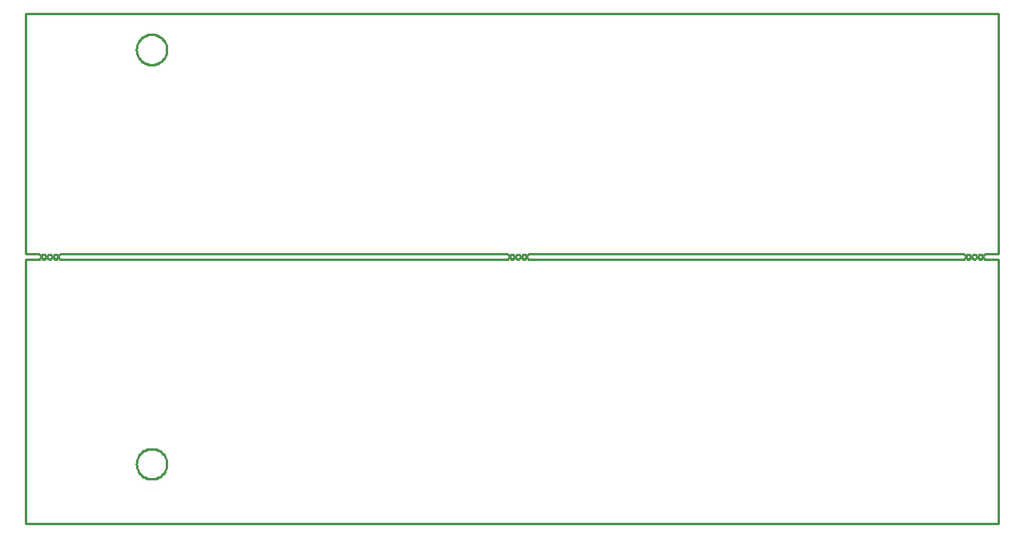
<source format=gbr>
G04 EAGLE Gerber RS-274X export*
G75*
%MOMM*%
%FSLAX34Y34*%
%LPD*%
%IN*%
%IPPOS*%
%AMOC8*
5,1,8,0,0,1.08239X$1,22.5*%
G01*
%ADD10C,0.254000*%


D10*
X0Y0D02*
X1028700Y0D01*
X1028700Y279400D01*
X1016000Y279400D01*
X1015723Y279412D01*
X1015449Y279448D01*
X1015178Y279508D01*
X1014914Y279591D01*
X1014658Y279697D01*
X1014413Y279825D01*
X1014179Y279974D01*
X1013959Y280143D01*
X1013755Y280330D01*
X1013568Y280534D01*
X1013399Y280754D01*
X1013250Y280988D01*
X1013122Y281233D01*
X1013016Y281489D01*
X1012933Y281753D01*
X1012873Y282024D01*
X1012837Y282298D01*
X1012825Y282575D01*
X1012837Y282852D01*
X1012873Y283126D01*
X1012933Y283397D01*
X1013016Y283661D01*
X1013122Y283917D01*
X1013250Y284163D01*
X1013399Y284396D01*
X1013568Y284616D01*
X1013755Y284820D01*
X1013959Y285007D01*
X1014179Y285176D01*
X1014413Y285325D01*
X1014658Y285453D01*
X1014914Y285559D01*
X1015178Y285642D01*
X1015449Y285702D01*
X1015723Y285738D01*
X1016000Y285750D01*
X1028700Y285750D01*
X1028700Y539750D01*
X0Y539750D01*
X0Y285750D01*
X12700Y285750D01*
X12977Y285738D01*
X13251Y285702D01*
X13522Y285642D01*
X13786Y285559D01*
X14042Y285453D01*
X14288Y285325D01*
X14521Y285176D01*
X14741Y285007D01*
X14945Y284820D01*
X15132Y284616D01*
X15301Y284396D01*
X15450Y284163D01*
X15578Y283917D01*
X15684Y283661D01*
X15767Y283397D01*
X15827Y283126D01*
X15863Y282852D01*
X15875Y282575D01*
X15863Y282298D01*
X15827Y282024D01*
X15767Y281753D01*
X15684Y281489D01*
X15578Y281233D01*
X15450Y280988D01*
X15301Y280754D01*
X15132Y280534D01*
X14945Y280330D01*
X14741Y280143D01*
X14521Y279974D01*
X14288Y279825D01*
X14042Y279697D01*
X13786Y279591D01*
X13522Y279508D01*
X13251Y279448D01*
X12977Y279412D01*
X12700Y279400D01*
X0Y279400D01*
X0Y0D01*
X34925Y282575D02*
X34937Y282298D01*
X34973Y282024D01*
X35033Y281753D01*
X35116Y281489D01*
X35222Y281233D01*
X35350Y280988D01*
X35499Y280754D01*
X35668Y280534D01*
X35855Y280330D01*
X36059Y280143D01*
X36279Y279974D01*
X36513Y279825D01*
X36758Y279697D01*
X37014Y279591D01*
X37278Y279508D01*
X37549Y279448D01*
X37823Y279412D01*
X38100Y279400D01*
X508000Y279400D01*
X508277Y279412D01*
X508551Y279448D01*
X508822Y279508D01*
X509086Y279591D01*
X509342Y279697D01*
X509588Y279825D01*
X509821Y279974D01*
X510041Y280143D01*
X510245Y280330D01*
X510432Y280534D01*
X510601Y280754D01*
X510750Y280988D01*
X510878Y281233D01*
X510984Y281489D01*
X511067Y281753D01*
X511127Y282024D01*
X511163Y282298D01*
X511175Y282575D01*
X511163Y282852D01*
X511127Y283126D01*
X511067Y283397D01*
X510984Y283661D01*
X510878Y283917D01*
X510750Y284163D01*
X510601Y284396D01*
X510432Y284616D01*
X510245Y284820D01*
X510041Y285007D01*
X509821Y285176D01*
X509588Y285325D01*
X509342Y285453D01*
X509086Y285559D01*
X508822Y285642D01*
X508551Y285702D01*
X508277Y285738D01*
X508000Y285750D01*
X38100Y285750D01*
X37823Y285738D01*
X37549Y285702D01*
X37278Y285642D01*
X37014Y285559D01*
X36758Y285453D01*
X36513Y285325D01*
X36279Y285176D01*
X36059Y285007D01*
X35855Y284820D01*
X35668Y284616D01*
X35499Y284396D01*
X35350Y284163D01*
X35222Y283917D01*
X35116Y283661D01*
X35033Y283397D01*
X34973Y283126D01*
X34937Y282852D01*
X34925Y282575D01*
X530225Y282575D02*
X530237Y282298D01*
X530273Y282024D01*
X530333Y281753D01*
X530416Y281489D01*
X530522Y281233D01*
X530650Y280988D01*
X530799Y280754D01*
X530968Y280534D01*
X531155Y280330D01*
X531359Y280143D01*
X531579Y279974D01*
X531813Y279825D01*
X532058Y279697D01*
X532314Y279591D01*
X532578Y279508D01*
X532849Y279448D01*
X533123Y279412D01*
X533400Y279400D01*
X990600Y279400D01*
X990877Y279412D01*
X991151Y279448D01*
X991422Y279508D01*
X991686Y279591D01*
X991942Y279697D01*
X992188Y279825D01*
X992421Y279974D01*
X992641Y280143D01*
X992845Y280330D01*
X993032Y280534D01*
X993201Y280754D01*
X993350Y280988D01*
X993478Y281233D01*
X993584Y281489D01*
X993667Y281753D01*
X993727Y282024D01*
X993763Y282298D01*
X993775Y282575D01*
X993763Y282852D01*
X993727Y283126D01*
X993667Y283397D01*
X993584Y283661D01*
X993478Y283917D01*
X993350Y284163D01*
X993201Y284396D01*
X993032Y284616D01*
X992845Y284820D01*
X992641Y285007D01*
X992421Y285176D01*
X992188Y285325D01*
X991942Y285453D01*
X991686Y285559D01*
X991422Y285642D01*
X991151Y285702D01*
X990877Y285738D01*
X990600Y285750D01*
X533400Y285750D01*
X533123Y285738D01*
X532849Y285702D01*
X532578Y285642D01*
X532314Y285559D01*
X532058Y285453D01*
X531813Y285325D01*
X531579Y285176D01*
X531359Y285007D01*
X531155Y284820D01*
X530968Y284616D01*
X530799Y284396D01*
X530650Y284163D01*
X530522Y283917D01*
X530416Y283661D01*
X530333Y283397D01*
X530273Y283126D01*
X530237Y282852D01*
X530225Y282575D01*
X149416Y501124D02*
X149347Y500074D01*
X149209Y499032D01*
X149004Y498000D01*
X148732Y496984D01*
X148394Y495988D01*
X147991Y495016D01*
X147526Y494073D01*
X147000Y493162D01*
X146416Y492287D01*
X145775Y491453D01*
X145082Y490662D01*
X144338Y489918D01*
X143547Y489225D01*
X142713Y488584D01*
X141838Y488000D01*
X140927Y487474D01*
X139984Y487009D01*
X139012Y486606D01*
X138016Y486268D01*
X137000Y485996D01*
X135968Y485791D01*
X134926Y485653D01*
X133876Y485585D01*
X132824Y485585D01*
X131774Y485653D01*
X130732Y485791D01*
X129700Y485996D01*
X128684Y486268D01*
X127688Y486606D01*
X126716Y487009D01*
X125773Y487474D01*
X124862Y488000D01*
X123987Y488584D01*
X123153Y489225D01*
X122362Y489918D01*
X121618Y490662D01*
X120925Y491453D01*
X120284Y492287D01*
X119700Y493162D01*
X119174Y494073D01*
X118709Y495016D01*
X118306Y495988D01*
X117968Y496984D01*
X117696Y498000D01*
X117491Y499032D01*
X117353Y500074D01*
X117285Y501124D01*
X117285Y502176D01*
X117353Y503226D01*
X117491Y504268D01*
X117696Y505300D01*
X117968Y506316D01*
X118306Y507312D01*
X118709Y508284D01*
X119174Y509227D01*
X119700Y510138D01*
X120284Y511013D01*
X120925Y511847D01*
X121618Y512638D01*
X122362Y513382D01*
X123153Y514075D01*
X123987Y514716D01*
X124862Y515300D01*
X125773Y515826D01*
X126716Y516291D01*
X127688Y516694D01*
X128684Y517032D01*
X129700Y517304D01*
X130732Y517509D01*
X131774Y517647D01*
X132824Y517716D01*
X133876Y517716D01*
X134926Y517647D01*
X135968Y517509D01*
X137000Y517304D01*
X138016Y517032D01*
X139012Y516694D01*
X139984Y516291D01*
X140927Y515826D01*
X141838Y515300D01*
X142713Y514716D01*
X143547Y514075D01*
X144338Y513382D01*
X145082Y512638D01*
X145775Y511847D01*
X146416Y511013D01*
X147000Y510138D01*
X147526Y509227D01*
X147991Y508284D01*
X148394Y507312D01*
X148732Y506316D01*
X149004Y505300D01*
X149209Y504268D01*
X149347Y503226D01*
X149416Y502176D01*
X149416Y501124D01*
X149416Y62974D02*
X149347Y61924D01*
X149209Y60882D01*
X149004Y59850D01*
X148732Y58834D01*
X148394Y57838D01*
X147991Y56866D01*
X147526Y55923D01*
X147000Y55012D01*
X146416Y54137D01*
X145775Y53303D01*
X145082Y52512D01*
X144338Y51768D01*
X143547Y51075D01*
X142713Y50434D01*
X141838Y49850D01*
X140927Y49324D01*
X139984Y48859D01*
X139012Y48456D01*
X138016Y48118D01*
X137000Y47846D01*
X135968Y47641D01*
X134926Y47503D01*
X133876Y47435D01*
X132824Y47435D01*
X131774Y47503D01*
X130732Y47641D01*
X129700Y47846D01*
X128684Y48118D01*
X127688Y48456D01*
X126716Y48859D01*
X125773Y49324D01*
X124862Y49850D01*
X123987Y50434D01*
X123153Y51075D01*
X122362Y51768D01*
X121618Y52512D01*
X120925Y53303D01*
X120284Y54137D01*
X119700Y55012D01*
X119174Y55923D01*
X118709Y56866D01*
X118306Y57838D01*
X117968Y58834D01*
X117696Y59850D01*
X117491Y60882D01*
X117353Y61924D01*
X117285Y62974D01*
X117285Y64026D01*
X117353Y65076D01*
X117491Y66118D01*
X117696Y67150D01*
X117968Y68166D01*
X118306Y69162D01*
X118709Y70134D01*
X119174Y71077D01*
X119700Y71988D01*
X120284Y72863D01*
X120925Y73697D01*
X121618Y74488D01*
X122362Y75232D01*
X123153Y75925D01*
X123987Y76566D01*
X124862Y77150D01*
X125773Y77676D01*
X126716Y78141D01*
X127688Y78544D01*
X128684Y78882D01*
X129700Y79154D01*
X130732Y79359D01*
X131774Y79497D01*
X132824Y79566D01*
X133876Y79566D01*
X134926Y79497D01*
X135968Y79359D01*
X137000Y79154D01*
X138016Y78882D01*
X139012Y78544D01*
X139984Y78141D01*
X140927Y77676D01*
X141838Y77150D01*
X142713Y76566D01*
X143547Y75925D01*
X144338Y75232D01*
X145082Y74488D01*
X145775Y73697D01*
X146416Y72863D01*
X147000Y71988D01*
X147526Y71077D01*
X147991Y70134D01*
X148394Y69162D01*
X148732Y68166D01*
X149004Y67150D01*
X149209Y66118D01*
X149347Y65076D01*
X149416Y64026D01*
X149416Y62974D01*
X999450Y282378D02*
X999388Y281990D01*
X999267Y281615D01*
X999088Y281265D01*
X998857Y280946D01*
X998579Y280668D01*
X998260Y280437D01*
X997910Y280258D01*
X997535Y280137D01*
X997147Y280075D01*
X996753Y280075D01*
X996365Y280137D01*
X995990Y280258D01*
X995640Y280437D01*
X995321Y280668D01*
X995043Y280946D01*
X994812Y281265D01*
X994633Y281615D01*
X994512Y281990D01*
X994450Y282378D01*
X994450Y282772D01*
X994512Y283160D01*
X994633Y283535D01*
X994812Y283885D01*
X995043Y284204D01*
X995321Y284482D01*
X995640Y284713D01*
X995990Y284892D01*
X996365Y285013D01*
X996753Y285075D01*
X997147Y285075D01*
X997535Y285013D01*
X997910Y284892D01*
X998260Y284713D01*
X998579Y284482D01*
X998857Y284204D01*
X999088Y283885D01*
X999267Y283535D01*
X999388Y283160D01*
X999450Y282772D01*
X999450Y282378D01*
X1005800Y282378D02*
X1005738Y281990D01*
X1005617Y281615D01*
X1005438Y281265D01*
X1005207Y280946D01*
X1004929Y280668D01*
X1004610Y280437D01*
X1004260Y280258D01*
X1003885Y280137D01*
X1003497Y280075D01*
X1003103Y280075D01*
X1002715Y280137D01*
X1002340Y280258D01*
X1001990Y280437D01*
X1001671Y280668D01*
X1001393Y280946D01*
X1001162Y281265D01*
X1000983Y281615D01*
X1000862Y281990D01*
X1000800Y282378D01*
X1000800Y282772D01*
X1000862Y283160D01*
X1000983Y283535D01*
X1001162Y283885D01*
X1001393Y284204D01*
X1001671Y284482D01*
X1001990Y284713D01*
X1002340Y284892D01*
X1002715Y285013D01*
X1003103Y285075D01*
X1003497Y285075D01*
X1003885Y285013D01*
X1004260Y284892D01*
X1004610Y284713D01*
X1004929Y284482D01*
X1005207Y284204D01*
X1005438Y283885D01*
X1005617Y283535D01*
X1005738Y283160D01*
X1005800Y282772D01*
X1005800Y282378D01*
X1012150Y282378D02*
X1012088Y281990D01*
X1011967Y281615D01*
X1011788Y281265D01*
X1011557Y280946D01*
X1011279Y280668D01*
X1010960Y280437D01*
X1010610Y280258D01*
X1010235Y280137D01*
X1009847Y280075D01*
X1009453Y280075D01*
X1009065Y280137D01*
X1008690Y280258D01*
X1008340Y280437D01*
X1008021Y280668D01*
X1007743Y280946D01*
X1007512Y281265D01*
X1007333Y281615D01*
X1007212Y281990D01*
X1007150Y282378D01*
X1007150Y282772D01*
X1007212Y283160D01*
X1007333Y283535D01*
X1007512Y283885D01*
X1007743Y284204D01*
X1008021Y284482D01*
X1008340Y284713D01*
X1008690Y284892D01*
X1009065Y285013D01*
X1009453Y285075D01*
X1009847Y285075D01*
X1010235Y285013D01*
X1010610Y284892D01*
X1010960Y284713D01*
X1011279Y284482D01*
X1011557Y284204D01*
X1011788Y283885D01*
X1011967Y283535D01*
X1012088Y283160D01*
X1012150Y282772D01*
X1012150Y282378D01*
X21550Y282378D02*
X21488Y281990D01*
X21367Y281615D01*
X21188Y281265D01*
X20957Y280946D01*
X20679Y280668D01*
X20360Y280437D01*
X20010Y280258D01*
X19635Y280137D01*
X19247Y280075D01*
X18853Y280075D01*
X18465Y280137D01*
X18090Y280258D01*
X17740Y280437D01*
X17421Y280668D01*
X17143Y280946D01*
X16912Y281265D01*
X16733Y281615D01*
X16612Y281990D01*
X16550Y282378D01*
X16550Y282772D01*
X16612Y283160D01*
X16733Y283535D01*
X16912Y283885D01*
X17143Y284204D01*
X17421Y284482D01*
X17740Y284713D01*
X18090Y284892D01*
X18465Y285013D01*
X18853Y285075D01*
X19247Y285075D01*
X19635Y285013D01*
X20010Y284892D01*
X20360Y284713D01*
X20679Y284482D01*
X20957Y284204D01*
X21188Y283885D01*
X21367Y283535D01*
X21488Y283160D01*
X21550Y282772D01*
X21550Y282378D01*
X27900Y282378D02*
X27838Y281990D01*
X27717Y281615D01*
X27538Y281265D01*
X27307Y280946D01*
X27029Y280668D01*
X26710Y280437D01*
X26360Y280258D01*
X25985Y280137D01*
X25597Y280075D01*
X25203Y280075D01*
X24815Y280137D01*
X24440Y280258D01*
X24090Y280437D01*
X23771Y280668D01*
X23493Y280946D01*
X23262Y281265D01*
X23083Y281615D01*
X22962Y281990D01*
X22900Y282378D01*
X22900Y282772D01*
X22962Y283160D01*
X23083Y283535D01*
X23262Y283885D01*
X23493Y284204D01*
X23771Y284482D01*
X24090Y284713D01*
X24440Y284892D01*
X24815Y285013D01*
X25203Y285075D01*
X25597Y285075D01*
X25985Y285013D01*
X26360Y284892D01*
X26710Y284713D01*
X27029Y284482D01*
X27307Y284204D01*
X27538Y283885D01*
X27717Y283535D01*
X27838Y283160D01*
X27900Y282772D01*
X27900Y282378D01*
X34250Y282378D02*
X34188Y281990D01*
X34067Y281615D01*
X33888Y281265D01*
X33657Y280946D01*
X33379Y280668D01*
X33060Y280437D01*
X32710Y280258D01*
X32335Y280137D01*
X31947Y280075D01*
X31553Y280075D01*
X31165Y280137D01*
X30790Y280258D01*
X30440Y280437D01*
X30121Y280668D01*
X29843Y280946D01*
X29612Y281265D01*
X29433Y281615D01*
X29312Y281990D01*
X29250Y282378D01*
X29250Y282772D01*
X29312Y283160D01*
X29433Y283535D01*
X29612Y283885D01*
X29843Y284204D01*
X30121Y284482D01*
X30440Y284713D01*
X30790Y284892D01*
X31165Y285013D01*
X31553Y285075D01*
X31947Y285075D01*
X32335Y285013D01*
X32710Y284892D01*
X33060Y284713D01*
X33379Y284482D01*
X33657Y284204D01*
X33888Y283885D01*
X34067Y283535D01*
X34188Y283160D01*
X34250Y282772D01*
X34250Y282378D01*
X523200Y282378D02*
X523138Y281990D01*
X523017Y281615D01*
X522838Y281265D01*
X522607Y280946D01*
X522329Y280668D01*
X522010Y280437D01*
X521660Y280258D01*
X521285Y280137D01*
X520897Y280075D01*
X520503Y280075D01*
X520115Y280137D01*
X519740Y280258D01*
X519390Y280437D01*
X519071Y280668D01*
X518793Y280946D01*
X518562Y281265D01*
X518383Y281615D01*
X518262Y281990D01*
X518200Y282378D01*
X518200Y282772D01*
X518262Y283160D01*
X518383Y283535D01*
X518562Y283885D01*
X518793Y284204D01*
X519071Y284482D01*
X519390Y284713D01*
X519740Y284892D01*
X520115Y285013D01*
X520503Y285075D01*
X520897Y285075D01*
X521285Y285013D01*
X521660Y284892D01*
X522010Y284713D01*
X522329Y284482D01*
X522607Y284204D01*
X522838Y283885D01*
X523017Y283535D01*
X523138Y283160D01*
X523200Y282772D01*
X523200Y282378D01*
X529550Y282378D02*
X529488Y281990D01*
X529367Y281615D01*
X529188Y281265D01*
X528957Y280946D01*
X528679Y280668D01*
X528360Y280437D01*
X528010Y280258D01*
X527635Y280137D01*
X527247Y280075D01*
X526853Y280075D01*
X526465Y280137D01*
X526090Y280258D01*
X525740Y280437D01*
X525421Y280668D01*
X525143Y280946D01*
X524912Y281265D01*
X524733Y281615D01*
X524612Y281990D01*
X524550Y282378D01*
X524550Y282772D01*
X524612Y283160D01*
X524733Y283535D01*
X524912Y283885D01*
X525143Y284204D01*
X525421Y284482D01*
X525740Y284713D01*
X526090Y284892D01*
X526465Y285013D01*
X526853Y285075D01*
X527247Y285075D01*
X527635Y285013D01*
X528010Y284892D01*
X528360Y284713D01*
X528679Y284482D01*
X528957Y284204D01*
X529188Y283885D01*
X529367Y283535D01*
X529488Y283160D01*
X529550Y282772D01*
X529550Y282378D01*
X516850Y282378D02*
X516788Y281990D01*
X516667Y281615D01*
X516488Y281265D01*
X516257Y280946D01*
X515979Y280668D01*
X515660Y280437D01*
X515310Y280258D01*
X514935Y280137D01*
X514547Y280075D01*
X514153Y280075D01*
X513765Y280137D01*
X513390Y280258D01*
X513040Y280437D01*
X512721Y280668D01*
X512443Y280946D01*
X512212Y281265D01*
X512033Y281615D01*
X511912Y281990D01*
X511850Y282378D01*
X511850Y282772D01*
X511912Y283160D01*
X512033Y283535D01*
X512212Y283885D01*
X512443Y284204D01*
X512721Y284482D01*
X513040Y284713D01*
X513390Y284892D01*
X513765Y285013D01*
X514153Y285075D01*
X514547Y285075D01*
X514935Y285013D01*
X515310Y284892D01*
X515660Y284713D01*
X515979Y284482D01*
X516257Y284204D01*
X516488Y283885D01*
X516667Y283535D01*
X516788Y283160D01*
X516850Y282772D01*
X516850Y282378D01*
X21550Y282378D02*
X21488Y281990D01*
X21367Y281615D01*
X21188Y281265D01*
X20957Y280946D01*
X20679Y280668D01*
X20360Y280437D01*
X20010Y280258D01*
X19635Y280137D01*
X19247Y280075D01*
X18853Y280075D01*
X18465Y280137D01*
X18090Y280258D01*
X17740Y280437D01*
X17421Y280668D01*
X17143Y280946D01*
X16912Y281265D01*
X16733Y281615D01*
X16612Y281990D01*
X16550Y282378D01*
X16550Y282772D01*
X16612Y283160D01*
X16733Y283535D01*
X16912Y283885D01*
X17143Y284204D01*
X17421Y284482D01*
X17740Y284713D01*
X18090Y284892D01*
X18465Y285013D01*
X18853Y285075D01*
X19247Y285075D01*
X19635Y285013D01*
X20010Y284892D01*
X20360Y284713D01*
X20679Y284482D01*
X20957Y284204D01*
X21188Y283885D01*
X21367Y283535D01*
X21488Y283160D01*
X21550Y282772D01*
X21550Y282378D01*
M02*

</source>
